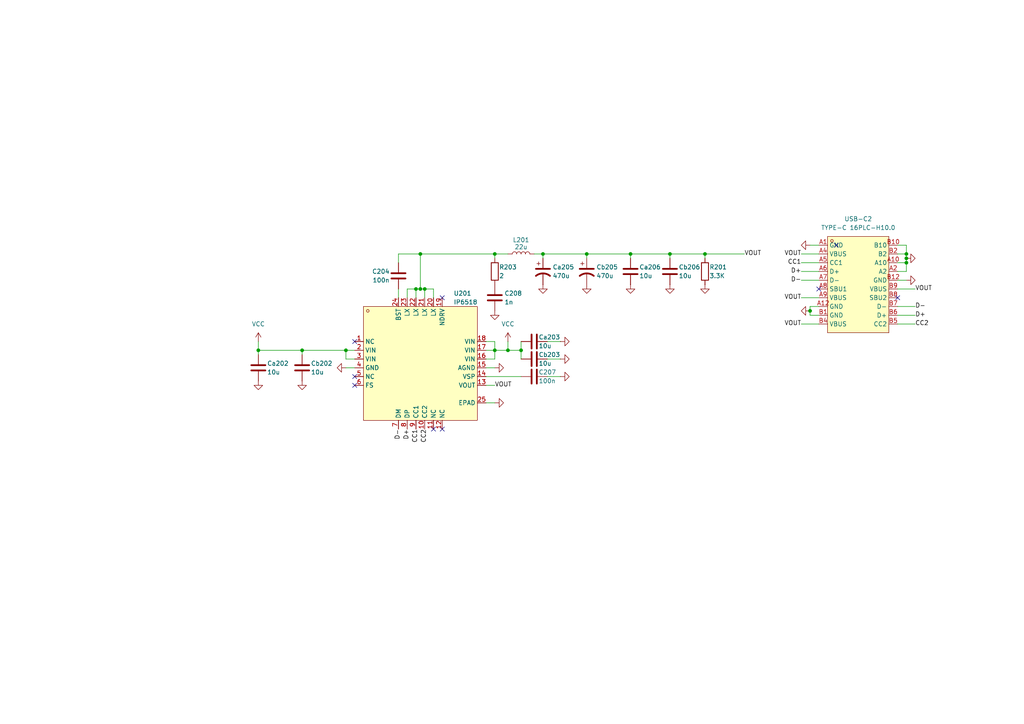
<source format=kicad_sch>
(kicad_sch (version 20231120) (generator "eeschema") (generator_version "8.0")
  (paper "A4")
  (lib_symbols
    (symbol "Device:C" (pin_numbers hide) (pin_names (offset 0.254))
      (property "Reference" "C" (at 0.635 2.54 0))
      (property "Value" "C" (at 0.635 -2.54 0))
      (symbol "C_0_1"
        (polyline (pts (xy -2.032 -0.762) (xy 2.032 -0.762)) (stroke (width 0.508)))
        (polyline (pts (xy -2.032 0.762) (xy 2.032 0.762)) (stroke (width 0.508)))
      )
      (symbol "C_1_1"
        (pin passive line (at 0 3.81 270) (length 2.794) (name "~") (number "1"))
        (pin passive line (at 0 -3.81 90) (length 2.794) (name "~") (number "2"))
      )
    )
    (symbol "Device:C_Polarized_US" (pin_numbers hide) (pin_names (offset 0.254) hide)
      (property "Reference" "C" (at 0.635 2.54 0))
      (property "Value" "C_Polarized_US" (at 0.635 -2.54 0))
      (symbol "C_Polarized_US_0_1"
        (polyline (pts (xy -2.032 0.762) (xy 2.032 0.762)) (stroke (width 0.508)))
        (polyline (pts (xy -1.778 2.286) (xy -0.762 2.286)))
        (polyline (pts (xy -1.27 1.778) (xy -1.27 2.794)))
        (arc (start 2.032 -1.27) (mid 0 -0.5572) (end -2.032 -1.27) (stroke (width 0.508)))
      )
      (symbol "C_Polarized_US_1_1"
        (pin passive line (at 0 3.81 270) (length 2.794) (name "~") (number "1"))
        (pin passive line (at 0 -3.81 90) (length 3.302) (name "~") (number "2"))
      )
    )
    (symbol "Device:L" (pin_numbers hide) (pin_names (offset 1.016) hide)
      (property "Reference" "L" (at -1.27 0 90))
      (property "Value" "L" (at 1.905 0 90))
      (symbol "L_0_1"
        (arc (start 0 -2.54) (mid 0.6323 -1.905) (end 0 -1.27))
        (arc (start 0 -1.27) (mid 0.6323 -0.635) (end 0 0))
        (arc (start 0 0) (mid 0.6323 0.635) (end 0 1.27))
        (arc (start 0 1.27) (mid 0.6323 1.905) (end 0 2.54))
      )
      (symbol "L_1_1"
        (pin passive line (at 0 3.81 270) (length 1.27) (name "1") (number "1"))
        (pin passive line (at 0 -3.81 90) (length 1.27) (name "2") (number "2"))
      )
    )
    (symbol "Device:R" (pin_numbers hide) (pin_names (offset 0))
      (property "Reference" "R" (at 2.032 0 90))
      (property "Value" "R" (at 0 0 90))
      (symbol "R_0_1"
        (rectangle (start -1.016 -2.54) (end 1.016 2.54) (stroke (width 0.254)))
      )
      (symbol "R_1_1"
        (pin passive line (at 0 3.81 270) (length 1.27) (name "~") (number "1"))
        (pin passive line (at 0 -3.81 90) (length 1.27) (name "~") (number "2"))
      )
    )
    (symbol "EasyEDA2KiCad:IP6518"
      (property "Reference" "U" (at 0 22.86 0))
      (property "Value" "IP6518" (at 0 -25.4 0))
      (symbol "IP6518_0_1"
        (rectangle (start -17.78 15.24) (end 15.24 -17.78) (fill (type background)))
        (circle (center -16.51 13.97) (radius 0.38))
        (pin unspecified line (at -20.32 5.08 0) (length 2.54) (name "NC") (number "1"))
        (pin unspecified line (at 0 -20.32 90) (length 2.54) (name "CC2") (number "10"))
        (pin unspecified line (at 2.54 -20.32 90) (length 2.54) (name "NC") (number "11"))
        (pin unspecified line (at 5.08 -20.32 90) (length 2.54) (name "NC") (number "12"))
        (pin unspecified line (at 17.78 -7.62 180) (length 2.54) (name "VOUT") (number "13"))
        (pin unspecified line (at 17.78 -5.08 180) (length 2.54) (name "VSP") (number "14"))
        (pin unspecified line (at 17.78 -2.54 180) (length 2.54) (name "AGND") (number "15"))
        (pin unspecified line (at 17.78 0 180) (length 2.54) (name "VIN") (number "16"))
        (pin unspecified line (at 17.78 2.54 180) (length 2.54) (name "VIN") (number "17"))
        (pin unspecified line (at 17.78 5.08 180) (length 2.54) (name "VIN") (number "18"))
        (pin unspecified line (at 5.08 17.78 270) (length 2.54) (name "NDRV") (number "19"))
        (pin unspecified line (at -20.32 2.54 0) (length 2.54) (name "VIN") (number "2"))
        (pin unspecified line (at 2.54 17.78 270) (length 2.54) (name "LX") (number "20"))
        (pin unspecified line (at 0 17.78 270) (length 2.54) (name "LX") (number "21"))
        (pin unspecified line (at -2.54 17.78 270) (length 2.54) (name "LX") (number "22"))
        (pin unspecified line (at -5.08 17.78 270) (length 2.54) (name "LX") (number "23"))
        (pin unspecified line (at -7.62 17.78 270) (length 2.54) (name "BST") (number "24"))
        (pin unspecified line (at 17.78 -12.7 180) (length 2.54) (name "EPAD") (number "25"))
        (pin unspecified line (at -20.32 0 0) (length 2.54) (name "VIN") (number "3"))
        (pin unspecified line (at -20.32 -2.54 0) (length 2.54) (name "GND") (number "4"))
        (pin unspecified line (at -20.32 -5.08 0) (length 2.54) (name "NC") (number "5"))
        (pin unspecified line (at -20.32 -7.62 0) (length 2.54) (name "FS") (number "6"))
        (pin unspecified line (at -7.62 -20.32 90) (length 2.54) (name "DM") (number "7"))
        (pin unspecified line (at -5.08 -20.32 90) (length 2.54) (name "DP") (number "8"))
        (pin unspecified line (at -2.54 -20.32 90) (length 2.54) (name "CC1") (number "9"))
      )
    )
    (symbol "Easyeda2kicad:TYPE-C16PLC-H10.0"
      (property "Reference" "U" (at 0 16.51 0))
      (property "Value" "TYPE-C 16PLC-H10.0" (at 0 -16.51 0))
      (symbol "TYPE-C16PLC-H10.0_0_1"
        (rectangle (start -8.89 13.97) (end 8.89 -13.97) (fill (type background)))
        (circle (center -7.62 12.7) (radius 0.38))
        (pin unspecified line (at -11.43 11.43 0) (length 2.54) (name "GND") (number "A1"))
        (pin unspecified line (at 11.43 6.35 180) (length 2.54) (name "A10") (number "A10"))
        (pin unspecified line (at -11.43 -6.35 0) (length 2.54) (name "GND") (number "A12"))
        (pin unspecified line (at 11.43 3.81 180) (length 2.54) (name "A2") (number "A2"))
        (pin unspecified line (at -11.43 8.89 0) (length 2.54) (name "VBUS") (number "A4"))
        (pin unspecified line (at -11.43 6.35 0) (length 2.54) (name "CC1") (number "A5"))
        (pin unspecified line (at -11.43 3.81 0) (length 2.54) (name "D+") (number "A6"))
        (pin unspecified line (at -11.43 1.27 0) (length 2.54) (name "D-") (number "A7"))
        (pin unspecified line (at -11.43 -1.27 0) (length 2.54) (name "SBU1") (number "A8"))
        (pin unspecified line (at -11.43 -3.81 0) (length 2.54) (name "VBUS") (number "A9"))
        (pin unspecified line (at -11.43 -8.89 0) (length 2.54) (name "GND") (number "B1"))
        (pin unspecified line (at 11.43 11.43 180) (length 2.54) (name "B10") (number "B10"))
        (pin unspecified line (at 11.43 1.27 180) (length 2.54) (name "GND") (number "B12"))
        (pin unspecified line (at 11.43 8.89 180) (length 2.54) (name "B2") (number "B2"))
        (pin unspecified line (at -11.43 -11.43 0) (length 2.54) (name "VBUS") (number "B4"))
        (pin unspecified line (at 11.43 -11.43 180) (length 2.54) (name "CC2") (number "B5"))
        (pin unspecified line (at 11.43 -8.89 180) (length 2.54) (name "D+") (number "B6"))
        (pin unspecified line (at 11.43 -6.35 180) (length 2.54) (name "D-") (number "B7"))
        (pin unspecified line (at 11.43 -3.81 180) (length 2.54) (name "SBU2") (number "B8"))
        (pin unspecified line (at 11.43 -1.27 180) (length 2.54) (name "VBUS") (number "B9"))
      )
    )
    (symbol "power:GND" (power) (pin_numbers hide) (pin_names (offset 0) hide)
      (property "Value" "GND" (at 0 -3.81 0))
      (symbol "GND_0_1"
        (polyline (pts (xy 0 0) (xy 0 -1.27) (xy 1.27 -1.27) (xy 0 -2.54) (xy -1.27 -1.27) (xy 0 -1.27)))
      )
      (symbol "GND_1_1"
        (pin power_in line (at 0 0 270) (length 0) (name "~") (number "1"))
      )
    )
    (symbol "power:VCC" (power) (pin_numbers hide) (pin_names (offset 0) hide)
      (property "Value" "VCC" (at 0 3.556 0))
      (symbol "VCC_0_1"
        (polyline (pts (xy -0.762 1.27) (xy 0 2.54)))
        (polyline (pts (xy 0 0) (xy 0 2.54)))
        (polyline (pts (xy 0 2.54) (xy 0.762 1.27)))
      )
      (symbol "VCC_1_1"
        (pin power_in line (at 0 0 90) (length 0) (name "~") (number "1"))
      )
    )
  )
  (junction (at 123.19 83.82))
  (junction (at 204.47 73.66))
  (junction (at 194.31 73.66))
  (junction (at 182.88 73.66))
  (junction (at 234.95 90.17))
  (junction (at 87.63 101.6))
  (junction (at 170.18 73.66))
  (junction (at 143.51 101.6))
  (junction (at 151.13 101.6))
  (junction (at 121.92 83.82))
  (junction (at 157.48 73.66))
  (junction (at 262.89 73.66))
  (junction (at 120.65 83.82))
  (junction (at 121.92 73.66))
  (junction (at 262.89 74.93))
  (junction (at 100.33 101.6))
  (junction (at 143.51 73.66))
  (junction (at 147.32 101.6))
  (junction (at 262.89 76.2))
  (junction (at 74.93 101.6))
  (no_connect (at 125.73 124.46))
  (no_connect (at 260.35 86.36))
  (no_connect (at 102.87 109.22))
  (no_connect (at 102.87 111.76))
  (no_connect (at 102.87 99.06))
  (no_connect (at 128.27 86.36))
  (no_connect (at 128.27 124.46))
  (no_connect (at 237.49 83.82))
  (no_connect (at 242.57 71.12))
  (wire (pts (xy 234.95 71.12) (xy 237.49 71.12)))
  (wire (pts (xy 232.41 73.66) (xy 237.49 73.66)))
  (wire (pts (xy 121.92 83.82) (xy 123.19 83.82)))
  (wire (pts (xy 115.57 73.66) (xy 121.92 73.66)))
  (wire (pts (xy 143.51 74.93) (xy 143.51 73.66)))
  (wire (pts (xy 140.97 106.68) (xy 143.51 106.68)))
  (wire (pts (xy 125.73 83.82) (xy 125.73 86.36)))
  (wire (pts (xy 140.97 111.76) (xy 143.51 111.76)))
  (wire (pts (xy 260.35 81.28) (xy 262.89 81.28)))
  (wire (pts (xy 140.97 99.06) (xy 143.51 99.06)))
  (wire (pts (xy 140.97 116.84) (xy 143.51 116.84)))
  (wire (pts (xy 182.88 73.66) (xy 182.88 74.93)))
  (wire (pts (xy 260.35 76.2) (xy 262.89 76.2)))
  (wire (pts (xy 115.57 83.82) (xy 115.57 86.36)))
  (wire (pts (xy 154.94 73.66) (xy 157.48 73.66)))
  (wire (pts (xy 118.11 86.36) (xy 118.11 83.82)))
  (wire (pts (xy 157.48 73.66) (xy 170.18 73.66)))
  (wire (pts (xy 87.63 101.6) (xy 87.63 102.87)))
  (wire (pts (xy 204.47 73.66) (xy 215.9 73.66)))
  (wire (pts (xy 140.97 101.6) (xy 143.51 101.6)))
  (wire (pts (xy 234.95 88.9) (xy 234.95 90.17)))
  (wire (pts (xy 262.89 73.66) (xy 262.89 74.93)))
  (wire (pts (xy 194.31 73.66) (xy 204.47 73.66)))
  (wire (pts (xy 260.35 91.44) (xy 265.43 91.44)))
  (wire (pts (xy 123.19 83.82) (xy 125.73 83.82)))
  (wire (pts (xy 204.47 74.93) (xy 204.47 73.66)))
  (wire (pts (xy 151.13 101.6) (xy 151.13 104.14)))
  (wire (pts (xy 262.89 76.2) (xy 262.89 78.74)))
  (wire (pts (xy 170.18 73.66) (xy 182.88 73.66)))
  (wire (pts (xy 260.35 88.9) (xy 265.43 88.9)))
  (wire (pts (xy 260.35 71.12) (xy 262.89 71.12)))
  (wire (pts (xy 143.51 99.06) (xy 143.51 101.6)))
  (wire (pts (xy 232.41 76.2) (xy 237.49 76.2)))
  (wire (pts (xy 121.92 73.66) (xy 143.51 73.66)))
  (wire (pts (xy 100.33 104.14) (xy 102.87 104.14)))
  (wire (pts (xy 74.93 101.6) (xy 87.63 101.6)))
  (wire (pts (xy 234.95 91.44) (xy 237.49 91.44)))
  (wire (pts (xy 140.97 109.22) (xy 151.13 109.22)))
  (wire (pts (xy 87.63 101.6) (xy 100.33 101.6)))
  (wire (pts (xy 151.13 99.06) (xy 151.13 101.6)))
  (wire (pts (xy 74.93 99.06) (xy 74.93 101.6)))
  (wire (pts (xy 118.11 83.82) (xy 120.65 83.82)))
  (wire (pts (xy 232.41 86.36) (xy 237.49 86.36)))
  (wire (pts (xy 234.95 88.9) (xy 237.49 88.9)))
  (wire (pts (xy 260.35 93.98) (xy 265.43 93.98)))
  (wire (pts (xy 102.87 101.6) (xy 100.33 101.6)))
  (wire (pts (xy 100.33 101.6) (xy 100.33 104.14)))
  (wire (pts (xy 234.95 90.17) (xy 234.95 91.44)))
  (wire (pts (xy 143.51 104.14) (xy 140.97 104.14)))
  (wire (pts (xy 260.35 78.74) (xy 262.89 78.74)))
  (wire (pts (xy 115.57 73.66) (xy 115.57 76.2)))
  (wire (pts (xy 120.65 83.82) (xy 120.65 86.36)))
  (wire (pts (xy 194.31 73.66) (xy 194.31 74.93)))
  (wire (pts (xy 170.18 74.93) (xy 170.18 73.66)))
  (wire (pts (xy 123.19 83.82) (xy 123.19 86.36)))
  (wire (pts (xy 260.35 83.82) (xy 265.43 83.82)))
  (wire (pts (xy 157.48 74.93) (xy 157.48 73.66)))
  (wire (pts (xy 262.89 71.12) (xy 262.89 73.66)))
  (wire (pts (xy 143.51 101.6) (xy 147.32 101.6)))
  (wire (pts (xy 143.51 73.66) (xy 147.32 73.66)))
  (wire (pts (xy 147.32 99.06) (xy 147.32 101.6)))
  (wire (pts (xy 182.88 73.66) (xy 194.31 73.66)))
  (wire (pts (xy 143.51 101.6) (xy 143.51 104.14)))
  (wire (pts (xy 120.65 83.82) (xy 121.92 83.82)))
  (wire (pts (xy 162.56 104.14) (xy 158.75 104.14)))
  (wire (pts (xy 262.89 74.93) (xy 262.89 76.2)))
  (wire (pts (xy 232.41 81.28) (xy 237.49 81.28)))
  (wire (pts (xy 121.92 73.66) (xy 121.92 83.82)))
  (wire (pts (xy 260.35 73.66) (xy 262.89 73.66)))
  (wire (pts (xy 100.33 106.68) (xy 102.87 106.68)))
  (wire (pts (xy 162.56 99.06) (xy 158.75 99.06)))
  (wire (pts (xy 74.93 102.87) (xy 74.93 101.6)))
  (wire (pts (xy 162.56 109.22) (xy 158.75 109.22)))
  (wire (pts (xy 232.41 78.74) (xy 237.49 78.74)))
  (wire (pts (xy 232.41 93.98) (xy 237.49 93.98)))
  (wire (pts (xy 147.32 101.6) (xy 151.13 101.6)))
  (label "CC1" (at 232.41 76.2 180))
  (label "VOUT" (at 265.43 83.82 0))
  (label "D+" (at 118.11 124.46 270))
  (label "CC2" (at 123.19 124.46 270))
  (label "D+" (at 232.41 78.74 180))
  (label "CC1" (at 120.65 124.46 270))
  (label "D-" (at 115.57 124.46 270))
  (label "VOUT" (at 232.41 73.66 180))
  (label "D+" (at 265.43 91.44 0))
  (label "D-" (at 232.41 81.28 180))
  (label "VOUT" (at 232.41 93.98 180))
  (label "D-" (at 265.43 88.9 0))
  (label "VOUT" (at 215.9 73.66 0))
  (label "CC2" (at 265.43 93.98 0))
  (label "VOUT" (at 232.41 86.36 180))
  (label "VOUT" (at 143.51 111.76 0))
  (symbol (lib_id "power:GND") (at 100.33 106.68 270) (unit 1)
    (property "Reference" "#PWR0204" (effects (hide yes)))
    (property "Value" "GND" (effects (hide yes)))
    (property "Description" "Power symbol creates a global label with name \"GND\" , ground" (effects (hide yes)))
    (instances (project "USB" (path "" (reference "#PWR0204") (unit 1)) (path "" (reference "#PWR016") (unit 1))))
  )
  (symbol (lib_id "Device:C") (at 154.94 109.22 90) (unit 1)
    (property "Reference" "C207" (at 156.21 107.95 90) (effects (justify right)))
    (property "Value" "100n" (at 156.21 110.49 90) (effects (justify right)))
    (property "Footprint" "Capacitor_SMD:C_0402_1005Metric" (effects (hide yes)))
    (property "Description" "Unpolarized capacitor" (effects (hide yes)))
    (instances (project "USB" (path "" (reference "C207") (unit 1)) (path "" (reference "C107") (unit 1))))
  )
  (symbol (lib_id "power:GND") (at 194.31 82.55 0) (unit 1)
    (property "Reference" "#PWR0215" (effects (hide yes)))
    (property "Value" "GND" (effects (hide yes)))
    (property "Description" "Power symbol creates a global label with name \"GND\" , ground" (effects (hide yes)))
    (instances (project "USB" (path "" (reference "#PWR0215") (unit 1)) (path "" (reference "#PWR027") (unit 1))))
  )
  (symbol (lib_id "power:GND") (at 162.56 99.06 90) (unit 1)
    (property "Reference" "#PWR0210" (effects (hide yes)))
    (property "Value" "GND" (effects (hide yes)))
    (property "Description" "Power symbol creates a global label with name \"GND\" , ground" (effects (hide yes)))
    (instances (project "USB" (path "" (reference "#PWR0210") (unit 1)) (path "" (reference "#PWR022") (unit 1))))
  )
  (symbol (lib_id "power:GND") (at 204.47 82.55 0) (unit 1)
    (property "Reference" "#PWR0216" (effects (hide yes)))
    (property "Value" "GND" (effects (hide yes)))
    (property "Description" "Power symbol creates a global label with name \"GND\" , ground" (effects (hide yes)))
    (instances (project "USB" (path "" (reference "#PWR0216") (unit 1)) (path "" (reference "#PWR028") (unit 1))))
  )
  (symbol (lib_id "power:GND") (at 162.56 109.22 90) (unit 1)
    (property "Reference" "#PWR0212" (effects (hide yes)))
    (property "Value" "GND" (effects (hide yes)))
    (property "Description" "Power symbol creates a global label with name \"GND\" , ground" (effects (hide yes)))
    (instances (project "USB" (path "" (reference "#PWR0212") (unit 1)) (path "" (reference "#PWR024") (unit 1))))
  )
  (symbol (lib_id "Device:C_Polarized_US") (at 170.18 78.74 0) (unit 1) (in_bom no)
    (property "Reference" "Cb205" (at 172.974 77.47 0) (effects (justify left)))
    (property "Value" "470u" (at 172.974 80.01 0) (effects (justify left)))
    (property "Footprint" "Capacitor_THT:CP_Radial_D10.0mm_P5.00mm" (effects (hide yes)))
    (property "Datasheet" "https://www.lcsc.com/product-detail/Aluminum-Electrolytic-Capacitors-Leaded_Ymin-NPXE0901E471MJTM_C2976267.html" (effects (hide yes)))
    (property "Description" "Polarized capacitor, US symbol" (effects (hide yes)))
    (property "LCSC Part" "C2976267" (effects (hide yes)))
    (instances (project "USB" (path "" (reference "Cb205") (unit 1)) (path "" (reference "Cb105") (unit 1))))
  )
  (symbol (lib_id "power:GND") (at 74.93 110.49 0) (unit 1)
    (property "Reference" "#PWR0202" (effects (hide yes)))
    (property "Value" "GND" (effects (hide yes)))
    (property "Description" "Power symbol creates a global label with name \"GND\" , ground" (effects (hide yes)))
    (instances (project "USB" (path "" (reference "#PWR0202") (unit 1)) (path "" (reference "#PWR014") (unit 1))))
  )
  (symbol (lib_id "power:GND") (at 234.95 71.12 270) (unit 1)
    (property "Reference" "#PWR0327" (effects (hide yes)))
    (property "Value" "GND" (effects (hide yes)))
    (property "Description" "Power symbol creates a global label with name \"GND\" , ground" (effects (hide yes)))
    (instances (project "USB" (path "" (reference "#PWR0327") (unit 1)) (path "" (reference "#PWR0324") (unit 1))))
  )
  (symbol (lib_id "power:VCC") (at 147.32 99.06 0) (unit 1)
    (property "Reference" "#PWR0208" (effects (hide yes)))
    (property "Value" "VCC" (at 147.32 93.98 0))
    (property "Description" "Power symbol creates a global label with name \"VCC\"" (effects (hide yes)))
    (instances (project "USB" (path "" (reference "#PWR0208") (unit 1)) (path "" (reference "#PWR020") (unit 1))))
  )
  (symbol (lib_id "Device:C") (at 74.93 106.68 0) (unit 1)
    (property "Reference" "Ca202" (at 77.47 105.41 0) (effects (justify left)))
    (property "Value" "10u" (at 77.47 107.95 0) (effects (justify left)))
    (property "Footprint" "Capacitor_SMD:C_1206_3216Metric" (effects (hide yes)))
    (property "Datasheet" "https://jlcpcb.com/partdetail/14236-CL31A106KBHNNNE/C13585" (effects (hide yes)))
    (property "Description" "Unpolarized capacitor" (effects (hide yes)))
    (property "LCSC Part" "C13585" (effects (hide yes)))
    (instances (project "USB" (path "" (reference "Ca202") (unit 1)) (path "" (reference "Ca102") (unit 1))))
  )
  (symbol (lib_id "Device:C_Polarized_US") (at 157.48 78.74 0) (unit 1) (in_bom no)
    (property "Reference" "Ca205" (at 160.274 77.47 0) (effects (justify left)))
    (property "Value" "470u" (at 160.274 80.01 0) (effects (justify left)))
    (property "Footprint" "Capacitor_THT:CP_Radial_D10.0mm_P5.00mm" (effects (hide yes)))
    (property "Datasheet" "https://www.lcsc.com/product-detail/Aluminum-Electrolytic-Capacitors-Leaded_Ymin-NPXE0901E471MJTM_C2976267.html" (effects (hide yes)))
    (property "Description" "Polarized capacitor, US symbol" (effects (hide yes)))
    (property "LCSC Part" "C2976267" (effects (hide yes)))
    (instances (project "USB" (path "" (reference "Ca205") (unit 1)) (path "" (reference "Ca105") (unit 1))))
  )
  (symbol (lib_id "Device:R") (at 204.47 78.74 0) (unit 1)
    (property "Reference" "R201" (at 205.74 77.47 0) (effects (justify left)))
    (property "Value" "3.3K" (at 205.74 80.01 0) (effects (justify left)))
    (property "Footprint" "Resistor_SMD:R_0402_1005Metric" (effects (hide yes)))
    (property "Description" "Resistor" (effects (hide yes)))
    (instances (project "USB" (path "" (reference "R201") (unit 1)) (path "" (reference "R101") (unit 1))))
  )
  (symbol (lib_id "Device:C") (at 182.88 78.74 0) (unit 1)
    (property "Reference" "Ca206" (at 185.42 77.47 0) (effects (justify left)))
    (property "Value" "10u" (at 185.42 80.01 0) (effects (justify left)))
    (property "Footprint" "Capacitor_SMD:C_1206_3216Metric" (effects (hide yes)))
    (property "Datasheet" "https://jlcpcb.com/partdetail/14236-CL31A106KBHNNNE/C13585" (effects (hide yes)))
    (property "Description" "Unpolarized capacitor" (effects (hide yes)))
    (property "LCSC Part" "C13585" (effects (hide yes)))
    (instances (project "USB" (path "" (reference "Ca206") (unit 1)) (path "" (reference "Ca106") (unit 1))))
  )
  (symbol (lib_id "power:VCC") (at 74.93 99.06 0) (unit 1)
    (property "Reference" "#PWR0201" (effects (hide yes)))
    (property "Value" "VCC" (at 74.93 93.98 0))
    (property "Description" "Power symbol creates a global label with name \"VCC\"" (effects (hide yes)))
    (instances (project "USB" (path "" (reference "#PWR0201") (unit 1)) (path "" (reference "#PWR013") (unit 1))))
  )
  (symbol (lib_id "Device:C") (at 143.51 86.36 180) (unit 1)
    (property "Reference" "C208" (at 146.304 85.09 0) (effects (justify right)))
    (property "Value" "1n" (at 146.304 87.63 0) (effects (justify right)))
    (property "Footprint" "Capacitor_SMD:C_0402_1005Metric" (effects (hide yes)))
    (property "Description" "Unpolarized capacitor" (effects (hide yes)))
    (instances (project "USB" (path "" (reference "C208") (unit 1)) (path "" (reference "C108") (unit 1))))
  )
  (symbol (lib_id "Device:R") (at 143.51 78.74 0) (unit 1)
    (property "Reference" "R203" (at 144.78 77.47 0) (effects (justify left)))
    (property "Value" "2" (at 144.78 80.01 0) (effects (justify left)))
    (property "Footprint" "Resistor_SMD:R_0402_1005Metric" (effects (hide yes)))
    (property "Description" "Resistor" (effects (hide yes)))
    (instances (project "USB" (path "" (reference "R203") (unit 1)) (path "" (reference "R103") (unit 1))))
  )
  (symbol (lib_id "power:GND") (at 262.89 81.28 90) (unit 1)
    (property "Reference" "#PWR0333" (effects (hide yes)))
    (property "Value" "GND" (effects (hide yes)))
    (property "Description" "Power symbol creates a global label with name \"GND\" , ground" (effects (hide yes)))
    (instances (project "USB" (path "" (reference "#PWR0333") (unit 1)) (path "" (reference "#PWR0332") (unit 1))))
  )
  (symbol (lib_id "power:GND") (at 234.95 90.17 270) (unit 1)
    (property "Reference" "#PWR0331" (effects (hide yes)))
    (property "Value" "GND" (effects (hide yes)))
    (property "Description" "Power symbol creates a global label with name \"GND\" , ground" (effects (hide yes)))
    (instances (project "USB" (path "" (reference "#PWR0331") (unit 1)) (path "" (reference "#PWR0330") (unit 1))))
  )
  (symbol (lib_id "Device:C") (at 154.94 104.14 90) (unit 1)
    (property "Reference" "Cb203" (at 156.21 102.87 90) (effects (justify right)))
    (property "Value" "10u" (at 156.21 105.41 90) (effects (justify right)))
    (property "Footprint" "Capacitor_SMD:C_1206_3216Metric" (effects (hide yes)))
    (property "Datasheet" "https://jlcpcb.com/partdetail/14236-CL31A106KBHNNNE/C13585" (effects (hide yes)))
    (property "Description" "Unpolarized capacitor" (effects (hide yes)))
    (property "LCSC Part" "C13585" (effects (hide yes)))
    (instances (project "USB" (path "" (reference "Cb203") (unit 1)) (path "" (reference "Cb103") (unit 1))))
  )
  (symbol (lib_id "power:GND") (at 143.51 116.84 90) (unit 1)
    (property "Reference" "#PWR0207" (effects (hide yes)))
    (property "Value" "GND" (effects (hide yes)))
    (property "Description" "Power symbol creates a global label with name \"GND\" , ground" (effects (hide yes)))
    (instances (project "USB" (path "" (reference "#PWR0207") (unit 1)) (path "" (reference "#PWR019") (unit 1))))
  )
  (symbol (lib_id "EasyEDA2KiCad:IP6518") (at 123.19 104.14 0) (unit 1)
    (property "Reference" "U201" (at 131.572 85.09 0) (effects (justify left)))
    (property "Value" "IP6518" (at 131.572 87.63 0) (effects (justify left)))
    (property "Footprint" "easyeda2kicad:QFN-24_L4.0-W4.0-P0.50-BL-EP2.6" (effects (hide yes)))
    (property "Datasheet" "http://www.injoinic.com/wwwroot/uploads/files/20200220/c55f78d32299df716a7c737ce28c2af2.pdf" (effects (hide yes)))
    (property "LCSC Part" "C181688" (effects (hide yes)))
    (instances (project "USB" (path "" (reference "U201") (unit 1)) (path "" (reference "U101") (unit 1))))
  )
  (symbol (lib_id "power:GND") (at 182.88 82.55 0) (unit 1)
    (property "Reference" "#PWR0214" (effects (hide yes)))
    (property "Value" "GND" (effects (hide yes)))
    (property "Description" "Power symbol creates a global label with name \"GND\" , ground" (effects (hide yes)))
    (instances (project "USB" (path "" (reference "#PWR0214") (unit 1)) (path "" (reference "#PWR026") (unit 1))))
  )
  (symbol (lib_id "power:GND") (at 143.51 106.68 90) (unit 1)
    (property "Reference" "#PWR0206" (effects (hide yes)))
    (property "Value" "GND" (effects (hide yes)))
    (property "Description" "Power symbol creates a global label with name \"GND\" , ground" (effects (hide yes)))
    (instances (project "USB" (path "" (reference "#PWR0206") (unit 1)) (path "" (reference "#PWR018") (unit 1))))
  )
  (symbol (lib_id "Device:C") (at 194.31 78.74 0) (unit 1)
    (property "Reference" "Cb206" (at 196.85 77.47 0) (effects (justify left)))
    (property "Value" "10u" (at 196.85 80.01 0) (effects (justify left)))
    (property "Footprint" "Capacitor_SMD:C_1206_3216Metric" (effects (hide yes)))
    (property "Datasheet" "https://jlcpcb.com/partdetail/14236-CL31A106KBHNNNE/C13585" (effects (hide yes)))
    (property "Description" "Unpolarized capacitor" (effects (hide yes)))
    (property "LCSC Part" "C13585" (effects (hide yes)))
    (instances (project "USB" (path "" (reference "Cb206") (unit 1)) (path "" (reference "Cb106") (unit 1))))
  )
  (symbol (lib_id "power:GND") (at 170.18 82.55 0) (unit 1)
    (property "Reference" "#PWR0213" (effects (hide yes)))
    (property "Value" "GND" (effects (hide yes)))
    (property "Description" "Power symbol creates a global label with name \"GND\" , ground" (effects (hide yes)))
    (instances (project "USB" (path "" (reference "#PWR0213") (unit 1)) (path "" (reference "#PWR025") (unit 1))))
  )
  (symbol (lib_id "power:GND") (at 157.48 82.55 0) (unit 1)
    (property "Reference" "#PWR0209" (effects (hide yes)))
    (property "Value" "GND" (effects (hide yes)))
    (property "Description" "Power symbol creates a global label with name \"GND\" , ground" (effects (hide yes)))
    (instances (project "USB" (path "" (reference "#PWR0209") (unit 1)) (path "" (reference "#PWR021") (unit 1))))
  )
  (symbol (lib_id "Device:C") (at 115.57 80.01 0) (unit 1)
    (property "Reference" "C204" (at 113.03 78.74 0) (effects (justify right)))
    (property "Value" "100n" (at 113.03 81.28 0) (effects (justify right)))
    (property "Footprint" "Capacitor_SMD:C_0402_1005Metric" (effects (hide yes)))
    (property "Description" "Unpolarized capacitor" (effects (hide yes)))
    (instances (project "USB" (path "" (reference "C204") (unit 1)) (path "" (reference "C104") (unit 1))))
  )
  (symbol (lib_id "power:GND") (at 87.63 110.49 0) (unit 1)
    (property "Reference" "#PWR0203" (effects (hide yes)))
    (property "Value" "GND" (effects (hide yes)))
    (property "Description" "Power symbol creates a global label with name \"GND\" , ground" (effects (hide yes)))
    (instances (project "USB" (path "" (reference "#PWR0203") (unit 1)) (path "" (reference "#PWR015") (unit 1))))
  )
  (symbol (lib_id "Device:C") (at 154.94 99.06 90) (unit 1)
    (property "Reference" "Ca203" (at 156.21 97.79 90) (effects (justify right)))
    (property "Value" "10u" (at 156.21 100.33 90) (effects (justify right)))
    (property "Footprint" "Capacitor_SMD:C_1206_3216Metric" (effects (hide yes)))
    (property "Datasheet" "https://jlcpcb.com/partdetail/14236-CL31A106KBHNNNE/C13585" (effects (hide yes)))
    (property "Description" "Unpolarized capacitor" (effects (hide yes)))
    (property "LCSC Part" "C13585" (effects (hide yes)))
    (instances (project "USB" (path "" (reference "Ca203") (unit 1)) (path "" (reference "Ca103") (unit 1))))
  )
  (symbol (lib_id "power:GND") (at 162.56 104.14 90) (unit 1)
    (property "Reference" "#PWR0211" (effects (hide yes)))
    (property "Value" "GND" (effects (hide yes)))
    (property "Description" "Power symbol creates a global label with name \"GND\" , ground" (effects (hide yes)))
    (instances (project "USB" (path "" (reference "#PWR0211") (unit 1)) (path "" (reference "#PWR023") (unit 1))))
  )
  (symbol (lib_id "Device:L") (at 151.13 73.66 90) (unit 1) (in_bom no)
    (property "Reference" "L201" (at 151.13 69.596 90))
    (property "Value" "22u" (at 151.13 71.628 90))
    (property "Footprint" "easyeda2kicad:IND-SMD_L13.5-W12.6_125CDMCC-DS" (effects (hide yes)))
    (property "Datasheet" "https://jlcpcb.com/partdetail/taitech-TMPA1265SP_220MND/C357119" (effects (hide yes)))
    (property "Description" "Inductor" (effects (hide yes)))
    (property "LCSC Part" "C357119" (effects (hide yes)))
    (instances (project "USB" (path "" (reference "L201") (unit 1)) (path "" (reference "L101") (unit 1))))
  )
  (symbol (lib_id "Easyeda2kicad:TYPE-C16PLC-H10.0") (at 248.92 82.55 0) (unit 1) (in_bom no)
    (property "Reference" "USB-C2" (at 248.92 63.5 0))
    (property "Value" "TYPE-C 16PLC-H10.0" (at 248.92 66.04 0))
    (property "Footprint" "easyeda2kicad:TYPE-C-TH_16PLC-H10.0" (effects (hide yes)))
    (property "Datasheet" "https://www.lcsc.com/product-detail/USB-Connectors_SHOU-HAN-TYPE-C-16PLC-H10-0_C3151747.html" (effects (hide yes)))
    (property "LCSC Part" "C3151747" (effects (hide yes)))
    (instances (project "" (path "" (reference "USB-C2") (unit 1)) (path "" (reference "USB-C1") (unit 1))))
  )
  (symbol (lib_id "power:GND") (at 262.89 74.93 90) (unit 1)
    (property "Reference" "#PWR0323" (effects (hide yes)))
    (property "Value" "GND" (effects (hide yes)))
    (property "Description" "Power symbol creates a global label with name \"GND\" , ground" (effects (hide yes)))
    (instances (project "" (path "" (reference "#PWR0323") (unit 1)) (path "" (reference "#PWR0322") (unit 1))))
  )
  (symbol (lib_id "power:GND") (at 143.51 90.17 0) (unit 1)
    (property "Reference" "#PWR0205" (effects (hide yes)))
    (property "Value" "GND" (effects (hide yes)))
    (property "Description" "Power symbol creates a global label with name \"GND\" , ground" (effects (hide yes)))
    (instances (project "USB" (path "" (reference "#PWR0205") (unit 1)) (path "" (reference "#PWR017") (unit 1))))
  )
  (symbol (lib_id "Device:C") (at 87.63 106.68 0) (unit 1)
    (property "Reference" "Cb202" (at 90.17 105.41 0) (effects (justify left)))
    (property "Value" "10u" (at 90.17 107.95 0) (effects (justify left)))
    (property "Footprint" "Capacitor_SMD:C_1206_3216Metric" (effects (hide yes)))
    (property "Datasheet" "https://jlcpcb.com/partdetail/14236-CL31A106KBHNNNE/C13585" (effects (hide yes)))
    (property "Description" "Unpolarized capacitor" (effects (hide yes)))
    (property "LCSC Part" "C13585" (effects (hide yes)))
    (instances (project "USB" (path "" (reference "Cb202") (unit 1)) (path "" (reference "Cb102") (unit 1))))
  )
)
</source>
